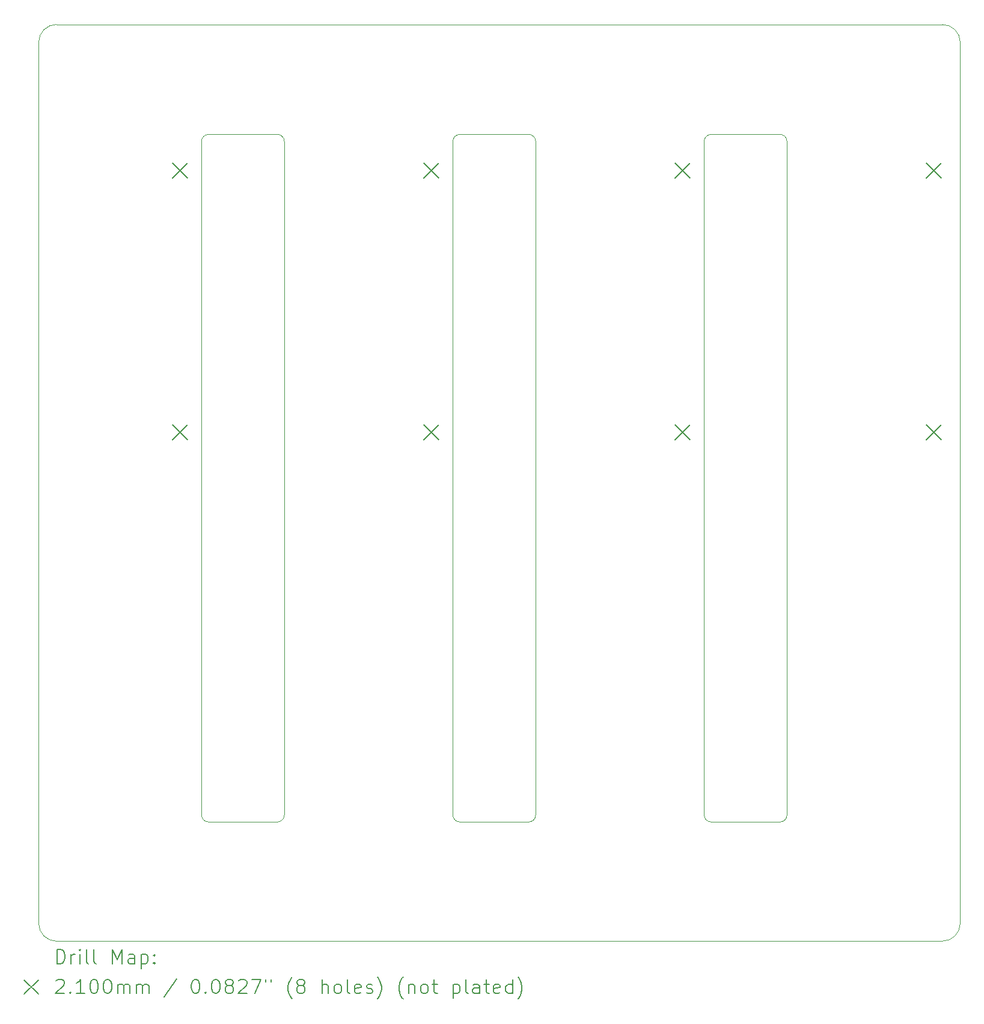
<source format=gbr>
%TF.GenerationSoftware,KiCad,Pcbnew,7.0.9*%
%TF.CreationDate,2024-03-25T15:38:08+01:00*%
%TF.ProjectId,8x-sata-backplane,38782d73-6174-4612-9d62-61636b706c61,rev?*%
%TF.SameCoordinates,Original*%
%TF.FileFunction,Drillmap*%
%TF.FilePolarity,Positive*%
%FSLAX45Y45*%
G04 Gerber Fmt 4.5, Leading zero omitted, Abs format (unit mm)*
G04 Created by KiCad (PCBNEW 7.0.9) date 2024-03-25 15:38:08*
%MOMM*%
%LPD*%
G01*
G04 APERTURE LIST*
%ADD10C,0.100000*%
%ADD11C,0.200000*%
%ADD12C,0.210000*%
G04 APERTURE END LIST*
D10*
X11913400Y-13463600D02*
G75*
G03*
X12013400Y-13563600I100000J0D01*
G01*
X12980000Y-13563600D02*
G75*
G03*
X13080000Y-13463600I0J100000D01*
G01*
X12980000Y-13563600D02*
X12013400Y-13563600D01*
X12013400Y-3886200D02*
G75*
G03*
X11913400Y-3986200I0J-100000D01*
G01*
X11913400Y-13463600D02*
X11913400Y-3986200D01*
X13080000Y-3986200D02*
G75*
G03*
X12980000Y-3886200I-100000J0D01*
G01*
X13080000Y-3986200D02*
X13080000Y-13463600D01*
X12013400Y-3886200D02*
X12980000Y-3886200D01*
X8473400Y-3886200D02*
G75*
G03*
X8373400Y-3986200I0J-100000D01*
G01*
X8373400Y-13463600D02*
G75*
G03*
X8473400Y-13563600I100000J0D01*
G01*
X8373400Y-13463600D02*
X8373400Y-3986200D01*
X9540000Y-3986200D02*
G75*
G03*
X9440000Y-3886200I-100000J0D01*
G01*
X8473400Y-3886200D02*
X9440000Y-3886200D01*
X9440000Y-13563600D02*
G75*
G03*
X9540000Y-13463600I0J100000D01*
G01*
X9440000Y-13563600D02*
X8473400Y-13563600D01*
X9540000Y-3986200D02*
X9540000Y-13463600D01*
X6000000Y-3986200D02*
G75*
G03*
X5900000Y-3886200I-100000J0D01*
G01*
X5900000Y-13563600D02*
G75*
G03*
X6000000Y-13463600I0J100000D01*
G01*
X6000000Y-3986200D02*
X6000000Y-13463600D01*
X4933400Y-3886200D02*
G75*
G03*
X4833400Y-3986200I0J-100000D01*
G01*
X4933400Y-3886200D02*
X5900000Y-3886200D01*
X4833400Y-13463600D02*
G75*
G03*
X4933400Y-13563600I100000J0D01*
G01*
X5900000Y-13563600D02*
X4933400Y-13563600D01*
X4833400Y-13463600D02*
X4833400Y-3986200D01*
X2540000Y-14990000D02*
G75*
G03*
X2790000Y-15240000I250000J0D01*
G01*
X15269400Y-15240000D02*
G75*
G03*
X15519400Y-14990000I0J250000D01*
G01*
X15269400Y-15240000D02*
X2790000Y-15240000D01*
X2790000Y-2340000D02*
G75*
G03*
X2540000Y-2590000I0J-250000D01*
G01*
X2540000Y-14990000D02*
X2540000Y-2590000D01*
X15519400Y-2590000D02*
G75*
G03*
X15269400Y-2340000I-250000J0D01*
G01*
X15519400Y-2590000D02*
X15519400Y-14990000D01*
X2790000Y-2340000D02*
X15269400Y-2340000D01*
D11*
D12*
X4423300Y-4290700D02*
X4633300Y-4500700D01*
X4633300Y-4290700D02*
X4423300Y-4500700D01*
X4423300Y-7970700D02*
X4633300Y-8180700D01*
X4633300Y-7970700D02*
X4423300Y-8180700D01*
X7963300Y-4290700D02*
X8173300Y-4500700D01*
X8173300Y-4290700D02*
X7963300Y-4500700D01*
X7963300Y-7970700D02*
X8173300Y-8180700D01*
X8173300Y-7970700D02*
X7963300Y-8180700D01*
X11503300Y-4290700D02*
X11713300Y-4500700D01*
X11713300Y-4290700D02*
X11503300Y-4500700D01*
X11503300Y-7970700D02*
X11713300Y-8180700D01*
X11713300Y-7970700D02*
X11503300Y-8180700D01*
X15043300Y-4290700D02*
X15253300Y-4500700D01*
X15253300Y-4290700D02*
X15043300Y-4500700D01*
X15043300Y-7970700D02*
X15253300Y-8180700D01*
X15253300Y-7970700D02*
X15043300Y-8180700D01*
D11*
X2795777Y-15556484D02*
X2795777Y-15356484D01*
X2795777Y-15356484D02*
X2843396Y-15356484D01*
X2843396Y-15356484D02*
X2871967Y-15366008D01*
X2871967Y-15366008D02*
X2891015Y-15385055D01*
X2891015Y-15385055D02*
X2900539Y-15404103D01*
X2900539Y-15404103D02*
X2910062Y-15442198D01*
X2910062Y-15442198D02*
X2910062Y-15470769D01*
X2910062Y-15470769D02*
X2900539Y-15508865D01*
X2900539Y-15508865D02*
X2891015Y-15527912D01*
X2891015Y-15527912D02*
X2871967Y-15546960D01*
X2871967Y-15546960D02*
X2843396Y-15556484D01*
X2843396Y-15556484D02*
X2795777Y-15556484D01*
X2995777Y-15556484D02*
X2995777Y-15423150D01*
X2995777Y-15461246D02*
X3005301Y-15442198D01*
X3005301Y-15442198D02*
X3014824Y-15432674D01*
X3014824Y-15432674D02*
X3033872Y-15423150D01*
X3033872Y-15423150D02*
X3052920Y-15423150D01*
X3119586Y-15556484D02*
X3119586Y-15423150D01*
X3119586Y-15356484D02*
X3110062Y-15366008D01*
X3110062Y-15366008D02*
X3119586Y-15375531D01*
X3119586Y-15375531D02*
X3129110Y-15366008D01*
X3129110Y-15366008D02*
X3119586Y-15356484D01*
X3119586Y-15356484D02*
X3119586Y-15375531D01*
X3243396Y-15556484D02*
X3224348Y-15546960D01*
X3224348Y-15546960D02*
X3214824Y-15527912D01*
X3214824Y-15527912D02*
X3214824Y-15356484D01*
X3348158Y-15556484D02*
X3329110Y-15546960D01*
X3329110Y-15546960D02*
X3319586Y-15527912D01*
X3319586Y-15527912D02*
X3319586Y-15356484D01*
X3576729Y-15556484D02*
X3576729Y-15356484D01*
X3576729Y-15356484D02*
X3643396Y-15499341D01*
X3643396Y-15499341D02*
X3710062Y-15356484D01*
X3710062Y-15356484D02*
X3710062Y-15556484D01*
X3891015Y-15556484D02*
X3891015Y-15451722D01*
X3891015Y-15451722D02*
X3881491Y-15432674D01*
X3881491Y-15432674D02*
X3862443Y-15423150D01*
X3862443Y-15423150D02*
X3824348Y-15423150D01*
X3824348Y-15423150D02*
X3805301Y-15432674D01*
X3891015Y-15546960D02*
X3871967Y-15556484D01*
X3871967Y-15556484D02*
X3824348Y-15556484D01*
X3824348Y-15556484D02*
X3805301Y-15546960D01*
X3805301Y-15546960D02*
X3795777Y-15527912D01*
X3795777Y-15527912D02*
X3795777Y-15508865D01*
X3795777Y-15508865D02*
X3805301Y-15489817D01*
X3805301Y-15489817D02*
X3824348Y-15480293D01*
X3824348Y-15480293D02*
X3871967Y-15480293D01*
X3871967Y-15480293D02*
X3891015Y-15470769D01*
X3986253Y-15423150D02*
X3986253Y-15623150D01*
X3986253Y-15432674D02*
X4005301Y-15423150D01*
X4005301Y-15423150D02*
X4043396Y-15423150D01*
X4043396Y-15423150D02*
X4062443Y-15432674D01*
X4062443Y-15432674D02*
X4071967Y-15442198D01*
X4071967Y-15442198D02*
X4081491Y-15461246D01*
X4081491Y-15461246D02*
X4081491Y-15518388D01*
X4081491Y-15518388D02*
X4071967Y-15537436D01*
X4071967Y-15537436D02*
X4062443Y-15546960D01*
X4062443Y-15546960D02*
X4043396Y-15556484D01*
X4043396Y-15556484D02*
X4005301Y-15556484D01*
X4005301Y-15556484D02*
X3986253Y-15546960D01*
X4167205Y-15537436D02*
X4176729Y-15546960D01*
X4176729Y-15546960D02*
X4167205Y-15556484D01*
X4167205Y-15556484D02*
X4157682Y-15546960D01*
X4157682Y-15546960D02*
X4167205Y-15537436D01*
X4167205Y-15537436D02*
X4167205Y-15556484D01*
X4167205Y-15432674D02*
X4176729Y-15442198D01*
X4176729Y-15442198D02*
X4167205Y-15451722D01*
X4167205Y-15451722D02*
X4157682Y-15442198D01*
X4157682Y-15442198D02*
X4167205Y-15432674D01*
X4167205Y-15432674D02*
X4167205Y-15451722D01*
X2335000Y-15785000D02*
X2535000Y-15985000D01*
X2535000Y-15785000D02*
X2335000Y-15985000D01*
X2786253Y-15795531D02*
X2795777Y-15786008D01*
X2795777Y-15786008D02*
X2814824Y-15776484D01*
X2814824Y-15776484D02*
X2862443Y-15776484D01*
X2862443Y-15776484D02*
X2881491Y-15786008D01*
X2881491Y-15786008D02*
X2891015Y-15795531D01*
X2891015Y-15795531D02*
X2900539Y-15814579D01*
X2900539Y-15814579D02*
X2900539Y-15833627D01*
X2900539Y-15833627D02*
X2891015Y-15862198D01*
X2891015Y-15862198D02*
X2776729Y-15976484D01*
X2776729Y-15976484D02*
X2900539Y-15976484D01*
X2986253Y-15957436D02*
X2995777Y-15966960D01*
X2995777Y-15966960D02*
X2986253Y-15976484D01*
X2986253Y-15976484D02*
X2976729Y-15966960D01*
X2976729Y-15966960D02*
X2986253Y-15957436D01*
X2986253Y-15957436D02*
X2986253Y-15976484D01*
X3186253Y-15976484D02*
X3071967Y-15976484D01*
X3129110Y-15976484D02*
X3129110Y-15776484D01*
X3129110Y-15776484D02*
X3110062Y-15805055D01*
X3110062Y-15805055D02*
X3091015Y-15824103D01*
X3091015Y-15824103D02*
X3071967Y-15833627D01*
X3310062Y-15776484D02*
X3329110Y-15776484D01*
X3329110Y-15776484D02*
X3348158Y-15786008D01*
X3348158Y-15786008D02*
X3357682Y-15795531D01*
X3357682Y-15795531D02*
X3367205Y-15814579D01*
X3367205Y-15814579D02*
X3376729Y-15852674D01*
X3376729Y-15852674D02*
X3376729Y-15900293D01*
X3376729Y-15900293D02*
X3367205Y-15938388D01*
X3367205Y-15938388D02*
X3357682Y-15957436D01*
X3357682Y-15957436D02*
X3348158Y-15966960D01*
X3348158Y-15966960D02*
X3329110Y-15976484D01*
X3329110Y-15976484D02*
X3310062Y-15976484D01*
X3310062Y-15976484D02*
X3291015Y-15966960D01*
X3291015Y-15966960D02*
X3281491Y-15957436D01*
X3281491Y-15957436D02*
X3271967Y-15938388D01*
X3271967Y-15938388D02*
X3262443Y-15900293D01*
X3262443Y-15900293D02*
X3262443Y-15852674D01*
X3262443Y-15852674D02*
X3271967Y-15814579D01*
X3271967Y-15814579D02*
X3281491Y-15795531D01*
X3281491Y-15795531D02*
X3291015Y-15786008D01*
X3291015Y-15786008D02*
X3310062Y-15776484D01*
X3500539Y-15776484D02*
X3519586Y-15776484D01*
X3519586Y-15776484D02*
X3538634Y-15786008D01*
X3538634Y-15786008D02*
X3548158Y-15795531D01*
X3548158Y-15795531D02*
X3557682Y-15814579D01*
X3557682Y-15814579D02*
X3567205Y-15852674D01*
X3567205Y-15852674D02*
X3567205Y-15900293D01*
X3567205Y-15900293D02*
X3557682Y-15938388D01*
X3557682Y-15938388D02*
X3548158Y-15957436D01*
X3548158Y-15957436D02*
X3538634Y-15966960D01*
X3538634Y-15966960D02*
X3519586Y-15976484D01*
X3519586Y-15976484D02*
X3500539Y-15976484D01*
X3500539Y-15976484D02*
X3481491Y-15966960D01*
X3481491Y-15966960D02*
X3471967Y-15957436D01*
X3471967Y-15957436D02*
X3462443Y-15938388D01*
X3462443Y-15938388D02*
X3452920Y-15900293D01*
X3452920Y-15900293D02*
X3452920Y-15852674D01*
X3452920Y-15852674D02*
X3462443Y-15814579D01*
X3462443Y-15814579D02*
X3471967Y-15795531D01*
X3471967Y-15795531D02*
X3481491Y-15786008D01*
X3481491Y-15786008D02*
X3500539Y-15776484D01*
X3652920Y-15976484D02*
X3652920Y-15843150D01*
X3652920Y-15862198D02*
X3662443Y-15852674D01*
X3662443Y-15852674D02*
X3681491Y-15843150D01*
X3681491Y-15843150D02*
X3710063Y-15843150D01*
X3710063Y-15843150D02*
X3729110Y-15852674D01*
X3729110Y-15852674D02*
X3738634Y-15871722D01*
X3738634Y-15871722D02*
X3738634Y-15976484D01*
X3738634Y-15871722D02*
X3748158Y-15852674D01*
X3748158Y-15852674D02*
X3767205Y-15843150D01*
X3767205Y-15843150D02*
X3795777Y-15843150D01*
X3795777Y-15843150D02*
X3814824Y-15852674D01*
X3814824Y-15852674D02*
X3824348Y-15871722D01*
X3824348Y-15871722D02*
X3824348Y-15976484D01*
X3919586Y-15976484D02*
X3919586Y-15843150D01*
X3919586Y-15862198D02*
X3929110Y-15852674D01*
X3929110Y-15852674D02*
X3948158Y-15843150D01*
X3948158Y-15843150D02*
X3976729Y-15843150D01*
X3976729Y-15843150D02*
X3995777Y-15852674D01*
X3995777Y-15852674D02*
X4005301Y-15871722D01*
X4005301Y-15871722D02*
X4005301Y-15976484D01*
X4005301Y-15871722D02*
X4014824Y-15852674D01*
X4014824Y-15852674D02*
X4033872Y-15843150D01*
X4033872Y-15843150D02*
X4062443Y-15843150D01*
X4062443Y-15843150D02*
X4081491Y-15852674D01*
X4081491Y-15852674D02*
X4091015Y-15871722D01*
X4091015Y-15871722D02*
X4091015Y-15976484D01*
X4481491Y-15766960D02*
X4310063Y-16024103D01*
X4738634Y-15776484D02*
X4757682Y-15776484D01*
X4757682Y-15776484D02*
X4776729Y-15786008D01*
X4776729Y-15786008D02*
X4786253Y-15795531D01*
X4786253Y-15795531D02*
X4795777Y-15814579D01*
X4795777Y-15814579D02*
X4805301Y-15852674D01*
X4805301Y-15852674D02*
X4805301Y-15900293D01*
X4805301Y-15900293D02*
X4795777Y-15938388D01*
X4795777Y-15938388D02*
X4786253Y-15957436D01*
X4786253Y-15957436D02*
X4776729Y-15966960D01*
X4776729Y-15966960D02*
X4757682Y-15976484D01*
X4757682Y-15976484D02*
X4738634Y-15976484D01*
X4738634Y-15976484D02*
X4719587Y-15966960D01*
X4719587Y-15966960D02*
X4710063Y-15957436D01*
X4710063Y-15957436D02*
X4700539Y-15938388D01*
X4700539Y-15938388D02*
X4691015Y-15900293D01*
X4691015Y-15900293D02*
X4691015Y-15852674D01*
X4691015Y-15852674D02*
X4700539Y-15814579D01*
X4700539Y-15814579D02*
X4710063Y-15795531D01*
X4710063Y-15795531D02*
X4719587Y-15786008D01*
X4719587Y-15786008D02*
X4738634Y-15776484D01*
X4891015Y-15957436D02*
X4900539Y-15966960D01*
X4900539Y-15966960D02*
X4891015Y-15976484D01*
X4891015Y-15976484D02*
X4881491Y-15966960D01*
X4881491Y-15966960D02*
X4891015Y-15957436D01*
X4891015Y-15957436D02*
X4891015Y-15976484D01*
X5024348Y-15776484D02*
X5043396Y-15776484D01*
X5043396Y-15776484D02*
X5062444Y-15786008D01*
X5062444Y-15786008D02*
X5071968Y-15795531D01*
X5071968Y-15795531D02*
X5081491Y-15814579D01*
X5081491Y-15814579D02*
X5091015Y-15852674D01*
X5091015Y-15852674D02*
X5091015Y-15900293D01*
X5091015Y-15900293D02*
X5081491Y-15938388D01*
X5081491Y-15938388D02*
X5071968Y-15957436D01*
X5071968Y-15957436D02*
X5062444Y-15966960D01*
X5062444Y-15966960D02*
X5043396Y-15976484D01*
X5043396Y-15976484D02*
X5024348Y-15976484D01*
X5024348Y-15976484D02*
X5005301Y-15966960D01*
X5005301Y-15966960D02*
X4995777Y-15957436D01*
X4995777Y-15957436D02*
X4986253Y-15938388D01*
X4986253Y-15938388D02*
X4976729Y-15900293D01*
X4976729Y-15900293D02*
X4976729Y-15852674D01*
X4976729Y-15852674D02*
X4986253Y-15814579D01*
X4986253Y-15814579D02*
X4995777Y-15795531D01*
X4995777Y-15795531D02*
X5005301Y-15786008D01*
X5005301Y-15786008D02*
X5024348Y-15776484D01*
X5205301Y-15862198D02*
X5186253Y-15852674D01*
X5186253Y-15852674D02*
X5176729Y-15843150D01*
X5176729Y-15843150D02*
X5167206Y-15824103D01*
X5167206Y-15824103D02*
X5167206Y-15814579D01*
X5167206Y-15814579D02*
X5176729Y-15795531D01*
X5176729Y-15795531D02*
X5186253Y-15786008D01*
X5186253Y-15786008D02*
X5205301Y-15776484D01*
X5205301Y-15776484D02*
X5243396Y-15776484D01*
X5243396Y-15776484D02*
X5262444Y-15786008D01*
X5262444Y-15786008D02*
X5271968Y-15795531D01*
X5271968Y-15795531D02*
X5281491Y-15814579D01*
X5281491Y-15814579D02*
X5281491Y-15824103D01*
X5281491Y-15824103D02*
X5271968Y-15843150D01*
X5271968Y-15843150D02*
X5262444Y-15852674D01*
X5262444Y-15852674D02*
X5243396Y-15862198D01*
X5243396Y-15862198D02*
X5205301Y-15862198D01*
X5205301Y-15862198D02*
X5186253Y-15871722D01*
X5186253Y-15871722D02*
X5176729Y-15881246D01*
X5176729Y-15881246D02*
X5167206Y-15900293D01*
X5167206Y-15900293D02*
X5167206Y-15938388D01*
X5167206Y-15938388D02*
X5176729Y-15957436D01*
X5176729Y-15957436D02*
X5186253Y-15966960D01*
X5186253Y-15966960D02*
X5205301Y-15976484D01*
X5205301Y-15976484D02*
X5243396Y-15976484D01*
X5243396Y-15976484D02*
X5262444Y-15966960D01*
X5262444Y-15966960D02*
X5271968Y-15957436D01*
X5271968Y-15957436D02*
X5281491Y-15938388D01*
X5281491Y-15938388D02*
X5281491Y-15900293D01*
X5281491Y-15900293D02*
X5271968Y-15881246D01*
X5271968Y-15881246D02*
X5262444Y-15871722D01*
X5262444Y-15871722D02*
X5243396Y-15862198D01*
X5357682Y-15795531D02*
X5367206Y-15786008D01*
X5367206Y-15786008D02*
X5386253Y-15776484D01*
X5386253Y-15776484D02*
X5433872Y-15776484D01*
X5433872Y-15776484D02*
X5452920Y-15786008D01*
X5452920Y-15786008D02*
X5462444Y-15795531D01*
X5462444Y-15795531D02*
X5471968Y-15814579D01*
X5471968Y-15814579D02*
X5471968Y-15833627D01*
X5471968Y-15833627D02*
X5462444Y-15862198D01*
X5462444Y-15862198D02*
X5348158Y-15976484D01*
X5348158Y-15976484D02*
X5471968Y-15976484D01*
X5538634Y-15776484D02*
X5671967Y-15776484D01*
X5671967Y-15776484D02*
X5586253Y-15976484D01*
X5738634Y-15776484D02*
X5738634Y-15814579D01*
X5814825Y-15776484D02*
X5814825Y-15814579D01*
X6110063Y-16052674D02*
X6100539Y-16043150D01*
X6100539Y-16043150D02*
X6081491Y-16014579D01*
X6081491Y-16014579D02*
X6071968Y-15995531D01*
X6071968Y-15995531D02*
X6062444Y-15966960D01*
X6062444Y-15966960D02*
X6052920Y-15919341D01*
X6052920Y-15919341D02*
X6052920Y-15881246D01*
X6052920Y-15881246D02*
X6062444Y-15833627D01*
X6062444Y-15833627D02*
X6071968Y-15805055D01*
X6071968Y-15805055D02*
X6081491Y-15786008D01*
X6081491Y-15786008D02*
X6100539Y-15757436D01*
X6100539Y-15757436D02*
X6110063Y-15747912D01*
X6214825Y-15862198D02*
X6195777Y-15852674D01*
X6195777Y-15852674D02*
X6186253Y-15843150D01*
X6186253Y-15843150D02*
X6176729Y-15824103D01*
X6176729Y-15824103D02*
X6176729Y-15814579D01*
X6176729Y-15814579D02*
X6186253Y-15795531D01*
X6186253Y-15795531D02*
X6195777Y-15786008D01*
X6195777Y-15786008D02*
X6214825Y-15776484D01*
X6214825Y-15776484D02*
X6252920Y-15776484D01*
X6252920Y-15776484D02*
X6271968Y-15786008D01*
X6271968Y-15786008D02*
X6281491Y-15795531D01*
X6281491Y-15795531D02*
X6291015Y-15814579D01*
X6291015Y-15814579D02*
X6291015Y-15824103D01*
X6291015Y-15824103D02*
X6281491Y-15843150D01*
X6281491Y-15843150D02*
X6271968Y-15852674D01*
X6271968Y-15852674D02*
X6252920Y-15862198D01*
X6252920Y-15862198D02*
X6214825Y-15862198D01*
X6214825Y-15862198D02*
X6195777Y-15871722D01*
X6195777Y-15871722D02*
X6186253Y-15881246D01*
X6186253Y-15881246D02*
X6176729Y-15900293D01*
X6176729Y-15900293D02*
X6176729Y-15938388D01*
X6176729Y-15938388D02*
X6186253Y-15957436D01*
X6186253Y-15957436D02*
X6195777Y-15966960D01*
X6195777Y-15966960D02*
X6214825Y-15976484D01*
X6214825Y-15976484D02*
X6252920Y-15976484D01*
X6252920Y-15976484D02*
X6271968Y-15966960D01*
X6271968Y-15966960D02*
X6281491Y-15957436D01*
X6281491Y-15957436D02*
X6291015Y-15938388D01*
X6291015Y-15938388D02*
X6291015Y-15900293D01*
X6291015Y-15900293D02*
X6281491Y-15881246D01*
X6281491Y-15881246D02*
X6271968Y-15871722D01*
X6271968Y-15871722D02*
X6252920Y-15862198D01*
X6529110Y-15976484D02*
X6529110Y-15776484D01*
X6614825Y-15976484D02*
X6614825Y-15871722D01*
X6614825Y-15871722D02*
X6605301Y-15852674D01*
X6605301Y-15852674D02*
X6586253Y-15843150D01*
X6586253Y-15843150D02*
X6557682Y-15843150D01*
X6557682Y-15843150D02*
X6538634Y-15852674D01*
X6538634Y-15852674D02*
X6529110Y-15862198D01*
X6738634Y-15976484D02*
X6719587Y-15966960D01*
X6719587Y-15966960D02*
X6710063Y-15957436D01*
X6710063Y-15957436D02*
X6700539Y-15938388D01*
X6700539Y-15938388D02*
X6700539Y-15881246D01*
X6700539Y-15881246D02*
X6710063Y-15862198D01*
X6710063Y-15862198D02*
X6719587Y-15852674D01*
X6719587Y-15852674D02*
X6738634Y-15843150D01*
X6738634Y-15843150D02*
X6767206Y-15843150D01*
X6767206Y-15843150D02*
X6786253Y-15852674D01*
X6786253Y-15852674D02*
X6795777Y-15862198D01*
X6795777Y-15862198D02*
X6805301Y-15881246D01*
X6805301Y-15881246D02*
X6805301Y-15938388D01*
X6805301Y-15938388D02*
X6795777Y-15957436D01*
X6795777Y-15957436D02*
X6786253Y-15966960D01*
X6786253Y-15966960D02*
X6767206Y-15976484D01*
X6767206Y-15976484D02*
X6738634Y-15976484D01*
X6919587Y-15976484D02*
X6900539Y-15966960D01*
X6900539Y-15966960D02*
X6891015Y-15947912D01*
X6891015Y-15947912D02*
X6891015Y-15776484D01*
X7071968Y-15966960D02*
X7052920Y-15976484D01*
X7052920Y-15976484D02*
X7014825Y-15976484D01*
X7014825Y-15976484D02*
X6995777Y-15966960D01*
X6995777Y-15966960D02*
X6986253Y-15947912D01*
X6986253Y-15947912D02*
X6986253Y-15871722D01*
X6986253Y-15871722D02*
X6995777Y-15852674D01*
X6995777Y-15852674D02*
X7014825Y-15843150D01*
X7014825Y-15843150D02*
X7052920Y-15843150D01*
X7052920Y-15843150D02*
X7071968Y-15852674D01*
X7071968Y-15852674D02*
X7081491Y-15871722D01*
X7081491Y-15871722D02*
X7081491Y-15890769D01*
X7081491Y-15890769D02*
X6986253Y-15909817D01*
X7157682Y-15966960D02*
X7176730Y-15976484D01*
X7176730Y-15976484D02*
X7214825Y-15976484D01*
X7214825Y-15976484D02*
X7233872Y-15966960D01*
X7233872Y-15966960D02*
X7243396Y-15947912D01*
X7243396Y-15947912D02*
X7243396Y-15938388D01*
X7243396Y-15938388D02*
X7233872Y-15919341D01*
X7233872Y-15919341D02*
X7214825Y-15909817D01*
X7214825Y-15909817D02*
X7186253Y-15909817D01*
X7186253Y-15909817D02*
X7167206Y-15900293D01*
X7167206Y-15900293D02*
X7157682Y-15881246D01*
X7157682Y-15881246D02*
X7157682Y-15871722D01*
X7157682Y-15871722D02*
X7167206Y-15852674D01*
X7167206Y-15852674D02*
X7186253Y-15843150D01*
X7186253Y-15843150D02*
X7214825Y-15843150D01*
X7214825Y-15843150D02*
X7233872Y-15852674D01*
X7310063Y-16052674D02*
X7319587Y-16043150D01*
X7319587Y-16043150D02*
X7338634Y-16014579D01*
X7338634Y-16014579D02*
X7348158Y-15995531D01*
X7348158Y-15995531D02*
X7357682Y-15966960D01*
X7357682Y-15966960D02*
X7367206Y-15919341D01*
X7367206Y-15919341D02*
X7367206Y-15881246D01*
X7367206Y-15881246D02*
X7357682Y-15833627D01*
X7357682Y-15833627D02*
X7348158Y-15805055D01*
X7348158Y-15805055D02*
X7338634Y-15786008D01*
X7338634Y-15786008D02*
X7319587Y-15757436D01*
X7319587Y-15757436D02*
X7310063Y-15747912D01*
X7671968Y-16052674D02*
X7662444Y-16043150D01*
X7662444Y-16043150D02*
X7643396Y-16014579D01*
X7643396Y-16014579D02*
X7633872Y-15995531D01*
X7633872Y-15995531D02*
X7624349Y-15966960D01*
X7624349Y-15966960D02*
X7614825Y-15919341D01*
X7614825Y-15919341D02*
X7614825Y-15881246D01*
X7614825Y-15881246D02*
X7624349Y-15833627D01*
X7624349Y-15833627D02*
X7633872Y-15805055D01*
X7633872Y-15805055D02*
X7643396Y-15786008D01*
X7643396Y-15786008D02*
X7662444Y-15757436D01*
X7662444Y-15757436D02*
X7671968Y-15747912D01*
X7748158Y-15843150D02*
X7748158Y-15976484D01*
X7748158Y-15862198D02*
X7757682Y-15852674D01*
X7757682Y-15852674D02*
X7776730Y-15843150D01*
X7776730Y-15843150D02*
X7805301Y-15843150D01*
X7805301Y-15843150D02*
X7824349Y-15852674D01*
X7824349Y-15852674D02*
X7833872Y-15871722D01*
X7833872Y-15871722D02*
X7833872Y-15976484D01*
X7957682Y-15976484D02*
X7938634Y-15966960D01*
X7938634Y-15966960D02*
X7929111Y-15957436D01*
X7929111Y-15957436D02*
X7919587Y-15938388D01*
X7919587Y-15938388D02*
X7919587Y-15881246D01*
X7919587Y-15881246D02*
X7929111Y-15862198D01*
X7929111Y-15862198D02*
X7938634Y-15852674D01*
X7938634Y-15852674D02*
X7957682Y-15843150D01*
X7957682Y-15843150D02*
X7986253Y-15843150D01*
X7986253Y-15843150D02*
X8005301Y-15852674D01*
X8005301Y-15852674D02*
X8014825Y-15862198D01*
X8014825Y-15862198D02*
X8024349Y-15881246D01*
X8024349Y-15881246D02*
X8024349Y-15938388D01*
X8024349Y-15938388D02*
X8014825Y-15957436D01*
X8014825Y-15957436D02*
X8005301Y-15966960D01*
X8005301Y-15966960D02*
X7986253Y-15976484D01*
X7986253Y-15976484D02*
X7957682Y-15976484D01*
X8081492Y-15843150D02*
X8157682Y-15843150D01*
X8110063Y-15776484D02*
X8110063Y-15947912D01*
X8110063Y-15947912D02*
X8119587Y-15966960D01*
X8119587Y-15966960D02*
X8138634Y-15976484D01*
X8138634Y-15976484D02*
X8157682Y-15976484D01*
X8376730Y-15843150D02*
X8376730Y-16043150D01*
X8376730Y-15852674D02*
X8395777Y-15843150D01*
X8395777Y-15843150D02*
X8433873Y-15843150D01*
X8433873Y-15843150D02*
X8452920Y-15852674D01*
X8452920Y-15852674D02*
X8462444Y-15862198D01*
X8462444Y-15862198D02*
X8471968Y-15881246D01*
X8471968Y-15881246D02*
X8471968Y-15938388D01*
X8471968Y-15938388D02*
X8462444Y-15957436D01*
X8462444Y-15957436D02*
X8452920Y-15966960D01*
X8452920Y-15966960D02*
X8433873Y-15976484D01*
X8433873Y-15976484D02*
X8395777Y-15976484D01*
X8395777Y-15976484D02*
X8376730Y-15966960D01*
X8586254Y-15976484D02*
X8567206Y-15966960D01*
X8567206Y-15966960D02*
X8557682Y-15947912D01*
X8557682Y-15947912D02*
X8557682Y-15776484D01*
X8748158Y-15976484D02*
X8748158Y-15871722D01*
X8748158Y-15871722D02*
X8738635Y-15852674D01*
X8738635Y-15852674D02*
X8719587Y-15843150D01*
X8719587Y-15843150D02*
X8681492Y-15843150D01*
X8681492Y-15843150D02*
X8662444Y-15852674D01*
X8748158Y-15966960D02*
X8729111Y-15976484D01*
X8729111Y-15976484D02*
X8681492Y-15976484D01*
X8681492Y-15976484D02*
X8662444Y-15966960D01*
X8662444Y-15966960D02*
X8652920Y-15947912D01*
X8652920Y-15947912D02*
X8652920Y-15928865D01*
X8652920Y-15928865D02*
X8662444Y-15909817D01*
X8662444Y-15909817D02*
X8681492Y-15900293D01*
X8681492Y-15900293D02*
X8729111Y-15900293D01*
X8729111Y-15900293D02*
X8748158Y-15890769D01*
X8814825Y-15843150D02*
X8891015Y-15843150D01*
X8843396Y-15776484D02*
X8843396Y-15947912D01*
X8843396Y-15947912D02*
X8852920Y-15966960D01*
X8852920Y-15966960D02*
X8871968Y-15976484D01*
X8871968Y-15976484D02*
X8891015Y-15976484D01*
X9033873Y-15966960D02*
X9014825Y-15976484D01*
X9014825Y-15976484D02*
X8976730Y-15976484D01*
X8976730Y-15976484D02*
X8957682Y-15966960D01*
X8957682Y-15966960D02*
X8948158Y-15947912D01*
X8948158Y-15947912D02*
X8948158Y-15871722D01*
X8948158Y-15871722D02*
X8957682Y-15852674D01*
X8957682Y-15852674D02*
X8976730Y-15843150D01*
X8976730Y-15843150D02*
X9014825Y-15843150D01*
X9014825Y-15843150D02*
X9033873Y-15852674D01*
X9033873Y-15852674D02*
X9043396Y-15871722D01*
X9043396Y-15871722D02*
X9043396Y-15890769D01*
X9043396Y-15890769D02*
X8948158Y-15909817D01*
X9214825Y-15976484D02*
X9214825Y-15776484D01*
X9214825Y-15966960D02*
X9195777Y-15976484D01*
X9195777Y-15976484D02*
X9157682Y-15976484D01*
X9157682Y-15976484D02*
X9138635Y-15966960D01*
X9138635Y-15966960D02*
X9129111Y-15957436D01*
X9129111Y-15957436D02*
X9119587Y-15938388D01*
X9119587Y-15938388D02*
X9119587Y-15881246D01*
X9119587Y-15881246D02*
X9129111Y-15862198D01*
X9129111Y-15862198D02*
X9138635Y-15852674D01*
X9138635Y-15852674D02*
X9157682Y-15843150D01*
X9157682Y-15843150D02*
X9195777Y-15843150D01*
X9195777Y-15843150D02*
X9214825Y-15852674D01*
X9291016Y-16052674D02*
X9300539Y-16043150D01*
X9300539Y-16043150D02*
X9319587Y-16014579D01*
X9319587Y-16014579D02*
X9329111Y-15995531D01*
X9329111Y-15995531D02*
X9338635Y-15966960D01*
X9338635Y-15966960D02*
X9348158Y-15919341D01*
X9348158Y-15919341D02*
X9348158Y-15881246D01*
X9348158Y-15881246D02*
X9338635Y-15833627D01*
X9338635Y-15833627D02*
X9329111Y-15805055D01*
X9329111Y-15805055D02*
X9319587Y-15786008D01*
X9319587Y-15786008D02*
X9300539Y-15757436D01*
X9300539Y-15757436D02*
X9291016Y-15747912D01*
M02*

</source>
